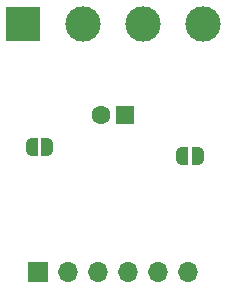
<source format=gbs>
G04 #@! TF.GenerationSoftware,KiCad,Pcbnew,7.0.10-7.0.10~ubuntu22.04.1*
G04 #@! TF.CreationDate,2024-01-16T23:48:01+08:00*
G04 #@! TF.ProjectId,EL_oscillator,454c5f6f-7363-4696-9c6c-61746f722e6b,rev?*
G04 #@! TF.SameCoordinates,Original*
G04 #@! TF.FileFunction,Soldermask,Bot*
G04 #@! TF.FilePolarity,Negative*
%FSLAX46Y46*%
G04 Gerber Fmt 4.6, Leading zero omitted, Abs format (unit mm)*
G04 Created by KiCad (PCBNEW 7.0.10-7.0.10~ubuntu22.04.1) date 2024-01-16 23:48:01*
%MOMM*%
%LPD*%
G01*
G04 APERTURE LIST*
G04 Aperture macros list*
%AMFreePoly0*
4,1,19,0.500000,-0.750000,0.000000,-0.750000,0.000000,-0.744911,-0.071157,-0.744911,-0.207708,-0.704816,-0.327430,-0.627875,-0.420627,-0.520320,-0.479746,-0.390866,-0.500000,-0.250000,-0.500000,0.250000,-0.479746,0.390866,-0.420627,0.520320,-0.327430,0.627875,-0.207708,0.704816,-0.071157,0.744911,0.000000,0.744911,0.000000,0.750000,0.500000,0.750000,0.500000,-0.750000,0.500000,-0.750000,
$1*%
%AMFreePoly1*
4,1,19,0.000000,0.744911,0.071157,0.744911,0.207708,0.704816,0.327430,0.627875,0.420627,0.520320,0.479746,0.390866,0.500000,0.250000,0.500000,-0.250000,0.479746,-0.390866,0.420627,-0.520320,0.327430,-0.627875,0.207708,-0.704816,0.071157,-0.744911,0.000000,-0.744911,0.000000,-0.750000,-0.500000,-0.750000,-0.500000,0.750000,0.000000,0.750000,0.000000,0.744911,0.000000,0.744911,
$1*%
G04 Aperture macros list end*
%ADD10R,1.700000X1.700000*%
%ADD11O,1.700000X1.700000*%
%ADD12R,1.600000X1.600000*%
%ADD13C,1.600000*%
%ADD14R,3.000000X3.000000*%
%ADD15C,3.000000*%
%ADD16FreePoly0,0.000000*%
%ADD17FreePoly1,0.000000*%
%ADD18FreePoly0,180.000000*%
%ADD19FreePoly1,180.000000*%
G04 APERTURE END LIST*
D10*
X104650000Y-125300000D03*
D11*
X107190000Y-125300000D03*
X109730000Y-125300000D03*
X112270000Y-125300000D03*
X114810000Y-125300000D03*
X117350000Y-125300000D03*
D12*
X112000000Y-112000000D03*
D13*
X110000000Y-112000000D03*
D14*
X103380000Y-104300000D03*
D15*
X108460000Y-104300000D03*
X113540000Y-104300000D03*
X118620000Y-104300000D03*
D16*
X104100000Y-114750000D03*
D17*
X105400000Y-114750000D03*
D18*
X118150000Y-115500000D03*
D19*
X116850000Y-115500000D03*
M02*

</source>
